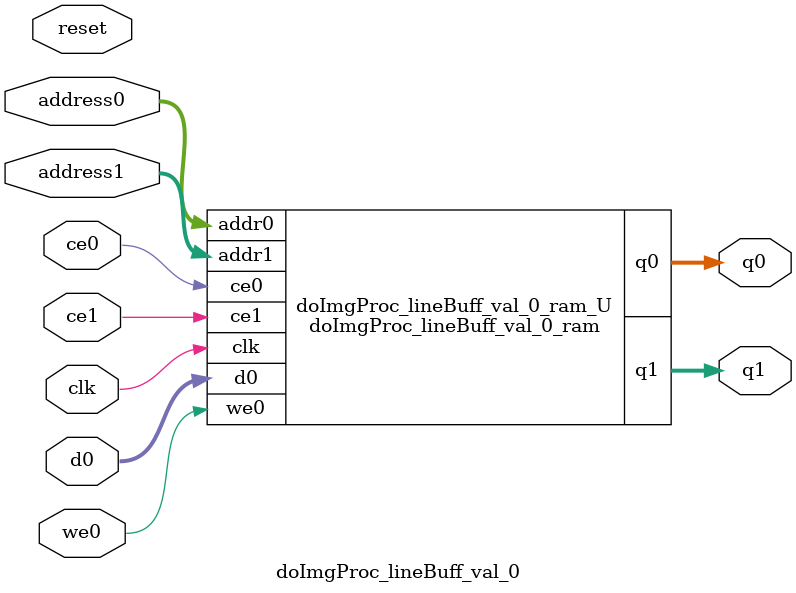
<source format=v>

`timescale 1 ns / 1 ps
module doImgProc_lineBuff_val_0_ram (addr0, ce0, d0, we0, q0, addr1, ce1, q1,  clk);

parameter DWIDTH = 8;
parameter AWIDTH = 9;
parameter MEM_SIZE = 512;

input[AWIDTH-1:0] addr0;
input ce0;
input[DWIDTH-1:0] d0;
input we0;
output reg[DWIDTH-1:0] q0;
input[AWIDTH-1:0] addr1;
input ce1;
output reg[DWIDTH-1:0] q1;
input clk;

(* ram_style = "block" *)reg [DWIDTH-1:0] ram[MEM_SIZE-1:0];




always @(posedge clk)  
begin 
    if (ce0) 
    begin
        if (we0) 
        begin 
            ram[addr0] <= d0; 
            q0 <= d0;
        end 
        else 
            q0 <= ram[addr0];
    end
end


always @(posedge clk)  
begin 
    if (ce1) 
    begin
            q1 <= ram[addr1];
    end
end


endmodule


`timescale 1 ns / 1 ps
module doImgProc_lineBuff_val_0(
    reset,
    clk,
    address0,
    ce0,
    we0,
    d0,
    q0,
    address1,
    ce1,
    q1);

parameter DataWidth = 32'd8;
parameter AddressRange = 32'd512;
parameter AddressWidth = 32'd9;
input reset;
input clk;
input[AddressWidth - 1:0] address0;
input ce0;
input we0;
input[DataWidth - 1:0] d0;
output[DataWidth - 1:0] q0;
input[AddressWidth - 1:0] address1;
input ce1;
output[DataWidth - 1:0] q1;



doImgProc_lineBuff_val_0_ram doImgProc_lineBuff_val_0_ram_U(
    .clk( clk ),
    .addr0( address0 ),
    .ce0( ce0 ),
    .d0( d0 ),
    .we0( we0 ),
    .q0( q0 ),
    .addr1( address1 ),
    .ce1( ce1 ),
    .q1( q1 ));

endmodule


</source>
